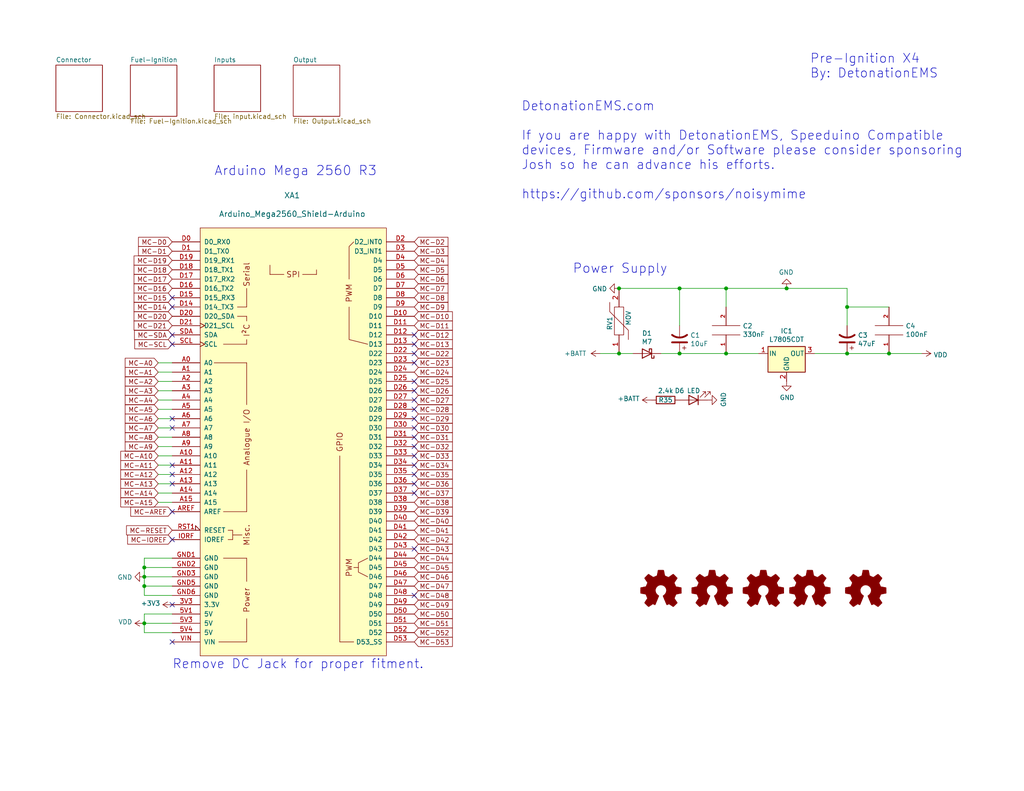
<source format=kicad_sch>
(kicad_sch (version 20230121) (generator eeschema)
  (paper "USLetter")
  (title_block (title "Pre-Ignition X4") (date "2022-10-1") (rev "MX4B-2") (company "DetonationEMS") (comment 1 "detonationems.com"))
  (lib_symbols
    (symbol "Device:C_Polarized_US" (pin_numbers hide) (pin_names (offset 0.254) hide)
      (property "Reference" "C" (at 0.635 2.54 0))
      (property "Value" "C_Polarized_US" (at 0.635 -2.54 0))
      (symbol "C_Polarized_US_0_1"
        (polyline (pts (xy -2.032 0.762) (xy 2.032 0.762)) (stroke (width 0.508)))
        (polyline (pts (xy -1.778 2.286) (xy -0.762 2.286)))
        (polyline (pts (xy -1.27 1.778) (xy -1.27 2.794)))
        (arc (start 2.032 -1.27) (mid 0 -0.5572) (end -2.032 -1.27) (stroke (width 0.508)))
      )
      (symbol "C_Polarized_US_1_1"
        (pin passive line (at 0 3.81 270) (length 2.794) (name "~") (number "1"))
        (pin passive line (at 0 -3.81 90) (length 3.302) (name "~") (number "2"))
      )
    )
    (symbol "Device:D_Schottky" (pin_numbers hide) (pin_names (offset 1.016) hide)
      (property "Reference" "D" (at 0 2.54 0))
      (property "Value" "D_Schottky" (at 0 -2.54 0))
      (symbol "D_Schottky_0_1"
        (polyline (pts (xy 1.27 0) (xy -1.27 0)))
        (polyline (pts (xy 1.27 1.27) (xy 1.27 -1.27) (xy -1.27 0) (xy 1.27 1.27)) (stroke (width 0.254)))
        (polyline (pts (xy -1.905 0.635) (xy -1.905 1.27) (xy -1.27 1.27) (xy -1.27 -1.27) (xy -0.635 -1.27) (xy -0.635 -0.635)) (stroke (width 0.254)))
      )
      (symbol "D_Schottky_1_1"
        (pin passive line (at -3.81 0 0) (length 2.54) (name "K") (number "1"))
        (pin passive line (at 3.81 0 180) (length 2.54) (name "A") (number "2"))
      )
    )
    (symbol "Device:LED" (pin_numbers hide) (pin_names (offset 1.016) hide)
      (property "Reference" "D" (at 0 2.54 0))
      (property "Value" "LED" (at 0 -2.54 0))
      (symbol "LED_0_1"
        (polyline (pts (xy -1.27 -1.27) (xy -1.27 1.27)) (stroke (width 0.254)))
        (polyline (pts (xy -1.27 0) (xy 1.27 0)))
        (polyline (pts (xy 1.27 -1.27) (xy 1.27 1.27) (xy -1.27 0) (xy 1.27 -1.27)) (stroke (width 0.254)))
        (polyline (pts (xy -3.048 -0.762) (xy -4.572 -2.286) (xy -3.81 -2.286) (xy -4.572 -2.286) (xy -4.572 -1.524)))
        (polyline (pts (xy -1.778 -0.762) (xy -3.302 -2.286) (xy -2.54 -2.286) (xy -3.302 -2.286) (xy -3.302 -1.524)))
      )
      (symbol "LED_1_1"
        (pin passive line (at -3.81 0 0) (length 2.54) (name "K") (number "1"))
        (pin passive line (at 3.81 0 180) (length 2.54) (name "A") (number "2"))
      )
    )
    (symbol "Device:R" (pin_numbers hide) (pin_names (offset 0))
      (property "Reference" "R" (at 2.032 0 90))
      (property "Value" "R" (at 0 0 90))
      (symbol "R_0_1"
        (rectangle (start -1.016 -2.54) (end 1.016 2.54) (stroke (width 0.254)))
      )
      (symbol "R_1_1"
        (pin passive line (at 0 3.81 270) (length 1.27) (name "~") (number "1"))
        (pin passive line (at 0 -3.81 90) (length 1.27) (name "~") (number "2"))
      )
    )
    (symbol "Graphic:Logo_Open_Hardware_Small" (pin_names (offset 1.016))
      (symbol "Logo_Open_Hardware_Small_0_1"
        (polyline (pts (xy 3.3528 -4.3434) (xy 3.302 -4.318) (xy 3.175 -4.2418) (xy 2.9972 -4.1148) (xy 2.7686 -3.9624) (xy 2.54 -3.81) (xy 2.3622 -3.7084) (xy 2.2352 -3.6068) (xy 2.1844 -3.5814) (xy 2.159 -3.6068) (xy 2.0574 -3.6576) (xy 1.905 -3.7338) (xy 1.8034 -3.7846) (xy 1.6764 -3.8354) (xy 1.6002 -3.8354) (xy 1.6002 -3.8354) (xy 1.5494 -3.7338) (xy 1.4732 -3.5306) (xy 1.3462 -3.302) (xy 1.2446 -3.0226) (xy 1.1176 -2.7178) (xy 0.9652 -2.413) (xy 0.8636 -2.1082) (xy 0.7366 -1.8288) (xy 0.6604 -1.6256) (xy 0.6096 -1.4732) (xy 0.5842 -1.397) (xy 0.5842 -1.397) (xy 0.6604 -1.3208) (xy 0.7874 -1.2446) (xy 1.0414 -1.016) (xy 1.2954 -0.6858) (xy 1.4478 -0.3302) (xy 1.524 0.0762) (xy 1.4732 0.4572) (xy 1.3208 0.8128) (xy 1.0668 1.143) (xy 0.762 1.3716) (xy 0.4064 1.524) (xy 0 1.5748) (xy -0.381 1.5494) (xy -0.7366 1.397) (xy -1.0668 1.143) (xy -1.2192 0.9906) (xy -1.397 0.6604) (xy -1.524 0.3048) (xy -1.524 0.2286) (xy -1.4986 -0.1778) (xy -1.397 -0.5334) (xy -1.1938 -0.8636) (xy -0.9144 -1.143) (xy -0.8636 -1.1684) (xy -0.7366 -1.27) (xy -0.635 -1.3462) (xy -0.5842 -1.397) (xy -1.0668 -2.5908) (xy -1.143 -2.794) (xy -1.2954 -3.1242) (xy -1.397 -3.4036) (xy -1.4986 -3.6322) (xy -1.5748 -3.7846) (xy -1.6002 -3.8354) (xy -1.6002 -3.8354) (xy -1.651 -3.8354) (xy -1.7272 -3.81) (xy -1.905 -3.7338) (xy -2.0066 -3.683) (xy -2.1336 -3.6068) (xy -2.2098 -3.5814) (xy -2.2606 -3.6068) (xy -2.3622 -3.683) (xy -2.54 -3.81) (xy -2.7686 -3.9624) (xy -2.9718 -4.0894) (xy -3.1496 -4.2164) (xy -3.302 -4.318) (xy -3.3528 -4.3434) (xy -3.3782 -4.3434) (xy -3.429 -4.318) (xy -3.5306 -4.2164) (xy -3.7084 -4.064) (xy -3.937 -3.8354) (xy -3.9624 -3.81) (xy -4.1656 -3.6068) (xy -4.318 -3.4544) (xy -4.4196 -3.3274) (xy -4.445 -3.2766) (xy -4.445 -3.2766) (xy -4.4196 -3.2258) (xy -4.318 -3.0734) (xy -4.2164 -2.8956) (xy -4.064 -2.667) (xy -3.6576 -2.0828) (xy -3.8862 -1.5494) (xy -3.937 -1.3716) (xy -4.0386 -1.1684) (xy -4.0894 -1.0414) (xy -4.1148 -0.9652) (xy -4.191 -0.9398) (xy -4.318 -0.9144) (xy -4.5466 -0.8636) (xy -4.8006 -0.8128) (xy -5.0546 -0.7874) (xy -5.2578 -0.7366) (xy -5.4356 -0.7112) (xy -5.5118 -0.6858) (xy -5.5118 -0.6858) (xy -5.5372 -0.635) (xy -5.5372 -0.5588) (xy -5.5372 -0.4318) (xy -5.5626 -0.2286) (xy -5.5626 0.0762) (xy -5.5626 0.127) (xy -5.5372 0.4064) (xy -5.5372 0.635) (xy -5.5372 0.762) (xy -5.5372 0.8382) (xy -5.5372 0.8382) (xy -5.461 0.8382) (xy -5.3086 0.889) (xy -5.08 0.9144) (xy -4.826 0.9652) (xy -4.8006 0.9906) (xy -4.5466 1.0414) (xy -4.318 1.0668) (xy -4.1656 1.1176) (xy -4.0894 1.143) (xy -4.0894 1.143) (xy -4.0386 1.2446) (xy -3.9624 1.4224) (xy -3.8608 1.6256) (xy -3.7846 1.8288) (xy -3.7084 2.0066) (xy -3.6576 2.159) (xy -3.6322 2.2098) (xy -3.6322 2.2098) (xy -3.683 2.286) (xy -3.7592 2.413) (xy -3.8862 2.5908) (xy -4.064 2.8194) (xy -4.064 2.8448) (xy -4.2164 3.0734) (xy -4.3434 3.2512) (xy -4.4196 3.3782) (xy -4.445 3.4544) (xy -4.445 3.4544) (xy -4.3942 3.5052) (xy -4.2926 3.6322) (xy -4.1148 3.81) (xy -3.937 4.0132) (xy -3.8608 4.064) (xy -3.6576 4.2926) (xy -3.5052 4.4196) (xy -3.4036 4.4958) (xy -3.3528 4.5212) (xy -3.3528 4.5212) (xy -3.302 4.4704) (xy -3.1496 4.3688) (xy -2.9718 4.2418) (xy -2.7432 4.0894) (xy -2.7178 4.0894) (xy -2.4892 3.937) (xy -2.3114 3.81) (xy -2.1844 3.7084) (xy -2.1336 3.683) (xy -2.1082 3.683) (xy -2.032 3.7084) (xy -1.8542 3.7592) (xy -1.6764 3.8354) (xy -1.4732 3.937) (xy -1.27 4.0132) (xy -1.143 4.064) (xy -1.0668 4.1148) (xy -1.0668 4.1148) (xy -1.0414 4.191) (xy -1.016 4.3434) (xy -0.9652 4.572) (xy -0.9144 4.8514) (xy -0.889 4.9022) (xy -0.8382 5.1562) (xy -0.8128 5.3848) (xy -0.7874 5.5372) (xy -0.762 5.588) (xy -0.7112 5.6134) (xy -0.5842 5.6134) (xy -0.4064 5.6134) (xy -0.1524 5.6134) (xy 0.0762 5.6134) (xy 0.3302 5.6134) (xy 0.5334 5.6134) (xy 0.6858 5.588) (xy 0.7366 5.588) (xy 0.7366 5.588) (xy 0.762 5.5118) (xy 0.8128 5.334) (xy 0.8382 5.1054) (xy 0.9144 4.826) (xy 0.9144 4.7752) (xy 0.9652 4.5212) (xy 1.016 4.2926) (xy 1.0414 4.1402) (xy 1.0668 4.0894) (xy 1.0668 4.0894) (xy 1.1938 4.0386) (xy 1.3716 3.9624) (xy 1.5748 3.8608) (xy 2.0828 3.6576) (xy 2.7178 4.0894) (xy 2.7686 4.1402) (xy 2.9972 4.2926) (xy 3.175 4.4196) (xy 3.302 4.4958) (xy 3.3782 4.5212) (xy 3.3782 4.5212) (xy 3.429 4.4704) (xy 3.556 4.3434) (xy 3.7338 4.191) (xy 3.9116 3.9878) (xy 4.064 3.8354) (xy 4.2418 3.6576) (xy 4.3434 3.556) (xy 4.4196 3.4798) (xy 4.4196 3.429) (xy 4.4196 3.4036) (xy 4.3942 3.3274) (xy 4.2926 3.2004) (xy 4.1656 2.9972) (xy 4.0132 2.794) (xy 3.8862 2.5908) (xy 3.7592 2.3876) (xy 3.6576 2.2352) (xy 3.6322 2.159) (xy 3.6322 2.1336) (xy 3.683 2.0066) (xy 3.7592 1.8288) (xy 3.8608 1.6002) (xy 4.064 1.1176) (xy 4.3942 1.0414) (xy 4.5974 1.016) (xy 4.8768 0.9652) (xy 5.1308 0.9144) (xy 5.5372 0.8382) (xy 5.5626 -0.6604) (xy 5.4864 -0.6858) (xy 5.4356 -0.6858) (xy 5.2832 -0.7366) (xy 5.0546 -0.762) (xy 4.8006 -0.8128) (xy 4.5974 -0.8636) (xy 4.3688 -0.9144) (xy 4.2164 -0.9398) (xy 4.1402 -0.9398) (xy 4.1148 -0.9652) (xy 4.064 -1.0668) (xy 3.9878 -1.2446) (xy 3.9116 -1.4478) (xy 3.81 -1.651) (xy 3.7338 -1.8542) (xy 3.683 -2.0066) (xy 3.6576 -2.0828) (xy 3.683 -2.1336) (xy 3.7846 -2.2606) (xy 3.8862 -2.4638) (xy 4.0386 -2.667) (xy 4.191 -2.8956) (xy 4.318 -3.0734) (xy 4.3942 -3.2004) (xy 4.445 -3.2766) (xy 4.4196 -3.3274) (xy 4.3434 -3.429) (xy 4.1656 -3.5814) (xy 3.937 -3.8354) (xy 3.8862 -3.8608) (xy 3.683 -4.064) (xy 3.5306 -4.2164) (xy 3.4036 -4.318) (xy 3.3528 -4.3434)) (fill (type outline)))
      )
    )
    (symbol "Pre_Ignition-rescue:+3.3V-power" (power) (pin_names (offset 0))
      (property "Value" "+3.3V-power" (at 0 3.556 0))
      (symbol "+3.3V-power_0_1"
        (polyline (pts (xy -0.762 1.27) (xy 0 2.54)))
        (polyline (pts (xy 0 0) (xy 0 2.54)))
        (polyline (pts (xy 0 2.54) (xy 0.762 1.27)))
      )
      (symbol "+3.3V-power_1_1"
        (pin power_in line (at 0 0 90) (length 0) hide (name "+3V3") (number "1"))
      )
    )
    (symbol "Pre_Ignition-rescue:Arduino_Mega2560_IO_Only-1.0.0.0.0-rescue-Pre_Ignition-rescue-Pre_Ignition-rescue-Pre_Ignition-rescue-Pre_Ignition-rescue" (pin_names (offset 1.016))
      (property "Reference" "XA" (at 2.54 0 90))
      (property "Value" "Arduino_Mega2560_IO_Only-1.0.0.0.0-rescue-Pre_Ignition-rescue-Pre_Ignition-rescue-Pre_Ignition-rescue-Pre_Ignition-rescue" (at -2.54 0 90))
      (symbol "Arduino_Mega2560_IO_Only-1.0.0.0.0-rescue-Pre_Ignition-rescue-Pre_Ignition-rescue-Pre_Ignition-rescue-Pre_Ignition-rescue_0_0"
        (rectangle (start -25.4 -58.42) (end 25.4 58.42) (fill (type background)))
        (rectangle (start -20.32 -54.61) (end -12.7 -54.61))
        (rectangle (start -19.05 -31.75) (end -12.7 -31.75))
        (rectangle (start -19.05 -19.05) (end -12.7 -19.05))
        (rectangle (start -19.05 26.67) (end -12.7 26.67))
        (rectangle (start -17.78 -26.67) (end -16.51 -26.67))
        (rectangle (start -17.78 -24.13) (end -16.51 -24.13))
        (rectangle (start -16.51 -25.4) (end -13.97 -25.4))
        (rectangle (start -16.51 -24.13) (end -16.51 -26.67))
        (rectangle (start -15.24 34.29) (end -12.7 34.29))
        (rectangle (start -15.24 36.83) (end -12.7 36.83))
        (rectangle (start -12.7 -54.61) (end -12.7 -48.26))
        (rectangle (start -12.7 -31.75) (end -12.7 -38.1))
        (rectangle (start -12.7 26.67) (end -12.7 27.94))
        (rectangle (start -12.7 34.29) (end -12.7 33.02))
        (rectangle (start -12.7 41.91) (end -12.7 36.83))
        (rectangle (start -6.35 48.26) (end -6.35 45.72))
        (rectangle (start -2.54 45.72) (end -6.35 45.72))
        (polyline (pts (xy -21.59 21.59) (xy -12.7 21.59)))
        (polyline (pts (xy -12.7 -19.05) (xy -12.7 -7.62)))
        (polyline (pts (xy -12.7 10.16) (xy -12.7 21.59)))
        (polyline (pts (xy 12.7 -54.61) (xy 16.51 -54.61)))
        (polyline (pts (xy 17.78 -34.29) (xy 16.51 -34.29)))
        (polyline (pts (xy 15.24 36.83) (xy 15.24 27.94) (xy 20.32 26.67)))
        (polyline (pts (xy 15.24 44.45) (xy 15.24 53.34) (xy 16.51 54.61)))
        (polyline (pts (xy 20.32 -31.75) (xy 17.78 -33.02) (xy 17.78 -35.56) (xy 20.32 -36.83)))
        (rectangle (start 6.35 45.72) (end 2.54 45.72))
        (rectangle (start 6.35 46.99) (end 6.35 45.72))
        (text "Analogue I/O" (at -12.7 1.27 900) (effects (font (size 1.524 1.524))))
        (text "I²C" (at -12.7 30.48 900) (effects (font (size 1.524 1.524))))
        (text "Misc." (at -12.7 -25.4 900) (effects (font (size 1.524 1.524))))
        (text "Power" (at -12.7 -43.18 900) (effects (font (size 1.524 1.524))))
        (text "PWM" (at 15.24 -34.29 900) (effects (font (size 1.524 1.524))))
        (text "PWM" (at 15.24 40.64 900) (effects (font (size 1.524 1.524))))
        (text "Serial" (at -12.7 45.72 900) (effects (font (size 1.524 1.524))))
        (text "SPI" (at 0 45.72 0) (effects (font (size 1.524 1.524))))
      )
      (symbol "Arduino_Mega2560_IO_Only-1.0.0.0.0-rescue-Pre_Ignition-rescue-Pre_Ignition-rescue-Pre_Ignition-rescue-Pre_Ignition-rescue_1_0"
        (rectangle (start 12.7 -54.61) (end 12.7 -3.81))
        (text "GPIO" (at 12.7 0 900) (effects (font (size 1.524 1.524))))
      )
      (symbol "Arduino_Mega2560_IO_Only-1.0.0.0.0-rescue-Pre_Ignition-rescue-Pre_Ignition-rescue-Pre_Ignition-rescue-Pre_Ignition-rescue_1_1"
        (pin power_in line (at -33.02 -44.45 0) (length 7.62) (name "3.3V") (number "3V3"))
        (pin power_in line (at -33.02 -46.99 0) (length 7.62) (name "5V") (number "5V1"))
        (pin power_in line (at -33.02 -49.53 0) (length 7.62) (name "5V") (number "5V3"))
        (pin power_in line (at -33.02 -52.07 0) (length 7.62) (name "5V") (number "5V4"))
        (pin bidirectional line (at -33.02 21.59 0) (length 7.62) (name "A0") (number "A0"))
        (pin bidirectional line (at -33.02 19.05 0) (length 7.62) (name "A1") (number "A1"))
        (pin bidirectional line (at -33.02 -3.81 0) (length 7.62) (name "A10") (number "A10"))
        (pin bidirectional line (at -33.02 -6.35 0) (length 7.62) (name "A11") (number "A11"))
        (pin bidirectional line (at -33.02 -8.89 0) (length 7.62) (name "A12") (number "A12"))
        (pin bidirectional line (at -33.02 -11.43 0) (length 7.62) (name "A13") (number "A13"))
        (pin bidirectional line (at -33.02 -13.97 0) (length 7.62) (name "A14") (number "A14"))
        (pin bidirectional line (at -33.02 -16.51 0) (length 7.62) (name "A15") (number "A15"))
        (pin bidirectional line (at -33.02 16.51 0) (length 7.62) (name "A2") (number "A2"))
        (pin bidirectional line (at -33.02 13.97 0) (length 7.62) (name "A3") (number "A3"))
        (pin bidirectional line (at -33.02 11.43 0) (length 7.62) (name "A4") (number "A4"))
        (pin bidirectional line (at -33.02 8.89 0) (length 7.62) (name "A5") (number "A5"))
        (pin bidirectional line (at -33.02 6.35 0) (length 7.62) (name "A6") (number "A6"))
        (pin bidirectional line (at -33.02 3.81 0) (length 7.62) (name "A7") (number "A7"))
        (pin bidirectional line (at -33.02 1.27 0) (length 7.62) (name "A8") (number "A8"))
        (pin bidirectional line (at -33.02 -1.27 0) (length 7.62) (name "A9") (number "A9"))
        (pin input line (at -33.02 -19.05 0) (length 7.62) (name "AREF") (number "AREF"))
        (pin bidirectional line (at -33.02 54.61 0) (length 7.62) (name "D0_RX0") (number "D0"))
        (pin bidirectional line (at -33.02 52.07 0) (length 7.62) (name "D1_TX0") (number "D1"))
        (pin bidirectional line (at 33.02 34.29 180) (length 7.62) (name "D10") (number "D10"))
        (pin bidirectional line (at 33.02 31.75 180) (length 7.62) (name "D11") (number "D11"))
        (pin bidirectional line (at 33.02 29.21 180) (length 7.62) (name "D12") (number "D12"))
        (pin bidirectional line (at 33.02 26.67 180) (length 7.62) (name "D13") (number "D13"))
        (pin bidirectional line (at -33.02 36.83 0) (length 7.62) (name "D14_TX3") (number "D14"))
        (pin bidirectional line (at -33.02 39.37 0) (length 7.62) (name "D15_RX3") (number "D15"))
        (pin bidirectional line (at -33.02 41.91 0) (length 7.62) (name "D16_TX2") (number "D16"))
        (pin bidirectional line (at -33.02 44.45 0) (length 7.62) (name "D17_RX2") (number "D17"))
        (pin bidirectional line (at -33.02 46.99 0) (length 7.62) (name "D18_TX1") (number "D18"))
        (pin bidirectional line (at -33.02 49.53 0) (length 7.62) (name "D19_RX1") (number "D19"))
        (pin bidirectional line (at 33.02 54.61 180) (length 7.62) (name "D2_INT0") (number "D2"))
        (pin bidirectional line (at -33.02 34.29 0) (length 7.62) (name "D20_SDA") (number "D20"))
        (pin bidirectional clock (at -33.02 31.75 0) (length 7.62) (name "D21_SCL") (number "D21"))
        (pin bidirectional line (at 33.02 24.13 180) (length 7.62) (name "D22") (number "D22"))
        (pin bidirectional line (at 33.02 21.59 180) (length 7.62) (name "D23") (number "D23"))
        (pin bidirectional line (at 33.02 19.05 180) (length 7.62) (name "D24") (number "D24"))
        (pin bidirectional line (at 33.02 16.51 180) (length 7.62) (name "D25") (number "D25"))
        (pin bidirectional line (at 33.02 13.97 180) (length 7.62) (name "D26") (number "D26"))
        (pin bidirectional line (at 33.02 11.43 180) (length 7.62) (name "D27") (number "D27"))
        (pin bidirectional line (at 33.02 8.89 180) (length 7.62) (name "D28") (number "D28"))
        (pin bidirectional line (at 33.02 6.35 180) (length 7.62) (name "D29") (number "D29"))
        (pin bidirectional line (at 33.02 52.07 180) (length 7.62) (name "D3_INT1") (number "D3"))
        (pin bidirectional line (at 33.02 3.81 180) (length 7.62) (name "D30") (number "D30"))
        (pin bidirectional line (at 33.02 1.27 180) (length 7.62) (name "D31") (number "D31"))
        (pin bidirectional line (at 33.02 -1.27 180) (length 7.62) (name "D32") (number "D32"))
        (pin bidirectional line (at 33.02 -3.81 180) (length 7.62) (name "D33") (number "D33"))
        (pin bidirectional line (at 33.02 -6.35 180) (length 7.62) (name "D34") (number "D34"))
        (pin bidirectional line (at 33.02 -8.89 180) (length 7.62) (name "D35") (number "D35"))
        (pin bidirectional line (at 33.02 -11.43 180) (length 7.62) (name "D36") (number "D36"))
        (pin bidirectional line (at 33.02 -13.97 180) (length 7.62) (name "D37") (number "D37"))
        (pin bidirectional line (at 33.02 -16.51 180) (length 7.62) (name "D38") (number "D38"))
        (pin bidirectional line (at 33.02 -19.05 180) (length 7.62) (name "D39") (number "D39"))
        (pin bidirectional line (at 33.02 49.53 180) (length 7.62) (name "D4") (number "D4"))
        (pin bidirectional line (at 33.02 -21.59 180) (length 7.62) (name "D40") (number "D40"))
        (pin bidirectional line (at 33.02 -24.13 180) (length 7.62) (name "D41") (number "D41"))
        (pin bidirectional line (at 33.02 -26.67 180) (length 7.62) (name "D42") (number "D42"))
        (pin bidirectional line (at 33.02 -29.21 180) (length 7.62) (name "D43") (number "D43"))
        (pin bidirectional line (at 33.02 -31.75 180) (length 7.62) (name "D44") (number "D44"))
        (pin bidirectional line (at 33.02 -34.29 180) (length 7.62) (name "D45") (number "D45"))
        (pin bidirectional line (at 33.02 -36.83 180) (length 7.62) (name "D46") (number "D46"))
        (pin bidirectional line (at 33.02 -39.37 180) (length 7.62) (name "D47") (number "D47"))
        (pin bidirectional line (at 33.02 -41.91 180) (length 7.62) (name "D48") (number "D48"))
        (pin bidirectional line (at 33.02 -44.45 180) (length 7.62) (name "D49") (number "D49"))
        (pin bidirectional line (at 33.02 46.99 180) (length 7.62) (name "D5") (number "D5"))
        (pin bidirectional line (at 33.02 -46.99 180) (length 7.62) (name "D50") (number "D50"))
        (pin bidirectional line (at 33.02 -49.53 180) (length 7.62) (name "D51") (number "D51"))
        (pin bidirectional line (at 33.02 -52.07 180) (length 7.62) (name "D52") (number "D52"))
        (pin bidirectional line (at 33.02 -54.61 180) (length 7.62) (name "D53_SS") (number "D53"))
        (pin bidirectional line (at 33.02 44.45 180) (length 7.62) (name "D6") (number "D6"))
        (pin bidirectional line (at 33.02 41.91 180) (length 7.62) (name "D7") (number "D7"))
        (pin bidirectional line (at 33.02 39.37 180) (length 7.62) (name "D8") (number "D8"))
        (pin bidirectional line (at 33.02 36.83 180) (length 7.62) (name "D9") (number "D9"))
        (pin power_in line (at -33.02 -31.75 0) (length 7.62) (name "GND") (number "GND1"))
        (pin power_in line (at -33.02 -34.29 0) (length 7.62) (name "GND") (number "GND2"))
        (pin power_in line (at -33.02 -36.83 0) (length 7.62) (name "GND") (number "GND3"))
        (pin power_in line (at -33.02 -39.37 0) (length 7.62) (name "GND") (number "GND5"))
        (pin power_in line (at -33.02 -41.91 0) (length 7.62) (name "GND") (number "GND6"))
        (pin output line (at -33.02 -26.67 0) (length 7.62) (name "IOREF") (number "IORF"))
        (pin open_collector input_low (at -33.02 -24.13 0) (length 7.62) (name "RESET") (number "RST1"))
        (pin bidirectional clock (at -33.02 26.67 0) (length 7.62) (name "SCL") (number "SCL"))
        (pin bidirectional line (at -33.02 29.21 0) (length 7.62) (name "SDA") (number "SDA"))
        (pin power_in line (at -33.02 -54.61 0) (length 7.62) (name "VIN") (number "VIN"))
      )
    )
    (symbol "Pre_Ignition-rescue:CP1-Device" (pin_numbers hide) (pin_names (offset 0.254) hide)
      (property "Reference" "C" (at 0.635 2.54 0))
      (property "Value" "CP1-Device" (at 0.635 -2.54 0))
      (symbol "CP1-Device_0_1"
        (polyline (pts (xy -2.032 0.762) (xy 2.032 0.762)) (stroke (width 0.508)))
        (polyline (pts (xy -1.778 2.286) (xy -0.762 2.286)))
        (polyline (pts (xy -1.27 1.778) (xy -1.27 2.794)))
        (arc (start 2.032 -1.27) (mid 0 -0.5572) (end -2.032 -1.27) (stroke (width 0.508)))
      )
      (symbol "CP1-Device_1_1"
        (pin passive line (at 0 3.81 270) (length 2.794) (name "~") (number "1"))
        (pin passive line (at 0 -3.81 90) (length 3.302) (name "~") (number "2"))
      )
    )
    (symbol "Pre_Ignition-rescue:MOV-14D220K-mov-1.0.0.0.0-rescue-Pre_Ignition-rescue-Pre_Ignition-rescue-Pre_Ignition-rescue-Pre_Ignition-rescue" (pin_names (offset 0.762))
      (property "Reference" "RV" (at 13.97 6.35 0))
      (property "Value" "MOV-14D220K-mov-1.0.0.0.0-rescue-Pre_Ignition-rescue-Pre_Ignition-rescue-Pre_Ignition-rescue-Pre_Ignition-rescue" (at 13.97 3.81 0))
      (symbol "MOV-14D220K-mov-1.0.0.0.0-rescue-Pre_Ignition-rescue-Pre_Ignition-rescue-Pre_Ignition-rescue-Pre_Ignition-rescue_0_0"
        (pin passive line (at 0 0 0) (length 5.08) (name "~") (number "1"))
        (pin passive line (at 17.78 0 180) (length 5.08) (name "~") (number "2"))
      )
      (symbol "MOV-14D220K-mov-1.0.0.0.0-rescue-Pre_Ignition-rescue-Pre_Ignition-rescue-Pre_Ignition-rescue-Pre_Ignition-rescue_0_1"
        (polyline (pts (xy 3.81 -2.54) (xy 6.35 -2.54) (xy 11.43 2.54) (xy 13.97 2.54)) (stroke (width 0.1524)))
        (polyline (pts (xy 5.08 1.27) (xy 12.7 1.27) (xy 12.7 -1.27) (xy 5.08 -1.27) (xy 5.08 1.27)) (stroke (width 0.1524)))
      )
    )
    (symbol "Regulator_Linear:L7805" (pin_names (offset 0.254))
      (property "Reference" "U" (at -3.81 3.175 0))
      (property "Value" "L7805" (at 0 3.175 0))
      (symbol "L7805_0_1"
        (rectangle (start -5.08 1.905) (end 5.08 -5.08) (stroke (width 0.254)) (fill (type background)))
      )
      (symbol "L7805_1_1"
        (pin power_in line (at -7.62 0 0) (length 2.54) (name "IN") (number "1"))
        (pin power_in line (at 0 -7.62 90) (length 2.54) (name "GND") (number "2"))
        (pin power_out line (at 7.62 0 180) (length 2.54) (name "OUT") (number "3"))
      )
    )
    (symbol "power:+BATT" (power) (pin_names (offset 0))
      (property "Value" "+BATT" (at 0 3.556 0))
      (symbol "+BATT_0_1"
        (polyline (pts (xy -0.762 1.27) (xy 0 2.54)))
        (polyline (pts (xy 0 0) (xy 0 2.54)))
        (polyline (pts (xy 0 2.54) (xy 0.762 1.27)))
      )
      (symbol "+BATT_1_1"
        (pin power_in line (at 0 0 90) (length 0) hide (name "+BATT") (number "1"))
      )
    )
    (symbol "power:GND" (power) (pin_names (offset 0))
      (property "Value" "GND" (at 0 -3.81 0))
      (symbol "GND_0_1"
        (polyline (pts (xy 0 0) (xy 0 -1.27) (xy 1.27 -1.27) (xy 0 -2.54) (xy -1.27 -1.27) (xy 0 -1.27)))
      )
      (symbol "GND_1_1"
        (pin power_in line (at 0 0 270) (length 0) hide (name "GND") (number "1"))
      )
    )
    (symbol "power:VDD" (power) (pin_names (offset 0))
      (property "Value" "VDD" (at 0 3.81 0))
      (symbol "VDD_0_1"
        (polyline (pts (xy -0.762 1.27) (xy 0 2.54)))
        (polyline (pts (xy 0 0) (xy 0 2.54)))
        (polyline (pts (xy 0 2.54) (xy 0.762 1.27)))
      )
      (symbol "VDD_1_1"
        (pin power_in line (at 0 0 90) (length 0) hide (name "VDD") (number "1"))
      )
    )
    (symbol "pspice:CAP" (pin_names (offset 0.254))
      (property "Reference" "C" (at 2.54 3.81 90))
      (property "Value" "CAP" (at 2.54 -3.81 90))
      (symbol "CAP_0_1"
        (polyline (pts (xy -3.81 -1.27) (xy 3.81 -1.27)))
        (polyline (pts (xy -3.81 1.27) (xy 3.81 1.27)))
      )
      (symbol "CAP_1_1"
        (pin passive line (at 0 6.35 270) (length 5.08) (name "~") (number "1"))
        (pin passive line (at 0 -6.35 90) (length 5.08) (name "~") (number "2"))
      )
    )
  )
  (junction (at 214.63 78.74))
  (junction (at 39.37 160.02))
  (junction (at 242.57 96.52))
  (junction (at 185.42 78.74))
  (junction (at 168.91 96.52))
  (junction (at 185.42 96.52))
  (junction (at 39.37 170.18))
  (junction (at 39.37 157.48))
  (junction (at 231.14 96.52))
  (junction (at 198.12 96.52))
  (junction (at 198.12 78.74))
  (junction (at 168.91 78.74))
  (junction (at 39.37 154.94))
  (junction (at 231.14 83.82))
  (no_connect (at 113.03 93.98))
  (no_connect (at 46.99 91.44))
  (no_connect (at 113.03 134.62))
  (no_connect (at 46.99 83.82))
  (no_connect (at 46.99 81.28))
  (no_connect (at 46.99 165.1))
  (no_connect (at 113.03 96.52))
  (no_connect (at 113.03 116.84))
  (no_connect (at 113.03 99.06))
  (no_connect (at 46.99 93.98))
  (no_connect (at 113.03 119.38))
  (no_connect (at 113.03 129.54))
  (no_connect (at 113.03 149.86))
  (no_connect (at 46.99 116.84))
  (no_connect (at 46.99 175.26))
  (no_connect (at 113.03 132.08))
  (no_connect (at 46.99 127))
  (no_connect (at 46.99 129.54))
  (no_connect (at 113.03 127))
  (no_connect (at 46.99 147.32))
  (no_connect (at 113.03 106.68))
  (no_connect (at 113.03 109.22))
  (no_connect (at 46.99 114.3))
  (no_connect (at 46.99 132.08))
  (no_connect (at 113.03 111.76))
  (no_connect (at 113.03 121.92))
  (no_connect (at 113.03 124.46))
  (no_connect (at 113.03 114.3))
  (no_connect (at 46.99 139.7))
  (no_connect (at 113.03 104.14))
  (no_connect (at 113.03 162.56))
  (no_connect (at 113.03 91.44))
  (wire (pts (xy 46.99 167.64) (xy 39.37 167.64)))
  (wire (pts (xy 168.91 96.52) (xy 172.72 96.52)))
  (wire (pts (xy 43.18 119.38) (xy 46.99 119.38)))
  (wire (pts (xy 46.99 132.08) (xy 43.18 132.08)))
  (wire (pts (xy 163.83 96.52) (xy 168.91 96.52)))
  (wire (pts (xy 198.12 78.74) (xy 214.63 78.74)))
  (wire (pts (xy 43.18 104.14) (xy 46.99 104.14)))
  (wire (pts (xy 43.18 134.62) (xy 46.99 134.62)))
  (wire (pts (xy 46.99 152.4) (xy 39.37 152.4)))
  (wire (pts (xy 46.99 106.68) (xy 43.18 106.68)))
  (wire (pts (xy 214.63 78.74) (xy 231.14 78.74)))
  (wire (pts (xy 242.57 96.52) (xy 231.14 96.52)))
  (wire (pts (xy 39.37 152.4) (xy 39.37 154.94)))
  (wire (pts (xy 39.37 154.94) (xy 46.99 154.94)))
  (wire (pts (xy 46.99 162.56) (xy 39.37 162.56)))
  (wire (pts (xy 43.18 99.06) (xy 46.99 99.06)))
  (wire (pts (xy 231.14 78.74) (xy 231.14 83.82)))
  (wire (pts (xy 39.37 160.02) (xy 39.37 157.48)))
  (wire (pts (xy 46.99 116.84) (xy 43.18 116.84)))
  (wire (pts (xy 46.99 111.76) (xy 43.18 111.76)))
  (wire (pts (xy 231.14 83.82) (xy 242.57 83.82)))
  (wire (pts (xy 39.37 172.72) (xy 46.99 172.72)))
  (wire (pts (xy 46.99 101.6) (xy 43.18 101.6)))
  (wire (pts (xy 39.37 160.02) (xy 46.99 160.02)))
  (wire (pts (xy 168.91 78.74) (xy 185.42 78.74)))
  (wire (pts (xy 46.99 127) (xy 43.18 127)))
  (wire (pts (xy 39.37 162.56) (xy 39.37 160.02)))
  (wire (pts (xy 231.14 96.52) (xy 222.25 96.52)))
  (wire (pts (xy 46.99 170.18) (xy 39.37 170.18)))
  (wire (pts (xy 39.37 154.94) (xy 39.37 157.48)))
  (wire (pts (xy 46.99 137.16) (xy 43.18 137.16)))
  (wire (pts (xy 46.99 157.48) (xy 39.37 157.48)))
  (wire (pts (xy 46.99 121.92) (xy 43.18 121.92)))
  (wire (pts (xy 185.42 96.52) (xy 198.12 96.52)))
  (wire (pts (xy 180.34 96.52) (xy 185.42 96.52)))
  (wire (pts (xy 242.57 96.52) (xy 251.46 96.52)))
  (wire (pts (xy 43.18 114.3) (xy 46.99 114.3)))
  (wire (pts (xy 43.18 124.46) (xy 46.99 124.46)))
  (wire (pts (xy 185.42 78.74) (xy 185.42 88.9)))
  (wire (pts (xy 43.18 129.54) (xy 46.99 129.54)))
  (wire (pts (xy 185.42 78.74) (xy 198.12 78.74)))
  (wire (pts (xy 43.18 109.22) (xy 46.99 109.22)))
  (wire (pts (xy 39.37 167.64) (xy 39.37 170.18)))
  (wire (pts (xy 231.14 83.82) (xy 231.14 88.9)))
  (wire (pts (xy 207.01 96.52) (xy 198.12 96.52)))
  (wire (pts (xy 39.37 170.18) (xy 39.37 172.72)))
  (wire (pts (xy 198.12 78.74) (xy 198.12 83.82)))
  (text "Remove DC Jack for proper fitment. " (at 46.99 182.88 0) (effects (font (size 2.4892 2.4892)) (justify left bottom)))
  (text "Pre-Ignition X4\nBy: DetonationEMS" (at 220.98 21.59 0) (effects (font (size 2.4892 2.4892)) (justify left bottom)))
  (text "DetonationEMS.com\n\nIf you are happy with DetonationEMS, Speeduino Compatible\ndevices, Firmware and/or Software please consider sponsoring\nJosh so he can advance his efforts.\n\nhttps://github.com/sponsors/noisymime" (at 142.24 54.61 0) (effects (font (size 2.4892 2.4892)) (justify left bottom)))
  (text "Arduino Mega 2560 R3" (at 58.42 48.26 0) (effects (font (size 2.54 2.54)) (justify left bottom)))
  (text "Power Supply" (at 156.21 74.93 0) (effects (font (size 2.54 2.54)) (justify left bottom)))
  (global_label "MC-SCL" (shape input) (at 46.99 93.98 180) (property "Intersheetrefs" "${INTERSHEET_REFS}" (effects hide)))
  (global_label "MC-D53" (shape input) (at 113.03 175.26 0) (property "Intersheetrefs" "${INTERSHEET_REFS}" (effects hide)))
  (global_label "MC-A9" (shape input) (at 43.18 121.92 180) (property "Intersheetrefs" "${INTERSHEET_REFS}" (effects hide)))
  (global_label "MC-A3" (shape input) (at 43.18 106.68 180) (property "Intersheetrefs" "${INTERSHEET_REFS}" (effects hide)))
  (global_label "MC-D13" (shape input) (at 113.03 93.98 0) (property "Intersheetrefs" "${INTERSHEET_REFS}" (effects hide)))
  (global_label "MC-D35" (shape input) (at 113.03 129.54 0) (property "Intersheetrefs" "${INTERSHEET_REFS}" (effects hide)))
  (global_label "MC-D45" (shape input) (at 113.03 154.94 0) (property "Intersheetrefs" "${INTERSHEET_REFS}" (effects hide)))
  (global_label "MC-D19" (shape input) (at 46.99 71.12 180) (property "Intersheetrefs" "${INTERSHEET_REFS}" (effects hide)))
  (global_label "MC-D41" (shape input) (at 113.03 144.78 0) (property "Intersheetrefs" "${INTERSHEET_REFS}" (effects hide)))
  (global_label "MC-A7" (shape input) (at 43.18 116.84 180) (property "Intersheetrefs" "${INTERSHEET_REFS}" (effects hide)))
  (global_label "MC-D8" (shape input) (at 113.03 81.28 0) (property "Intersheetrefs" "${INTERSHEET_REFS}" (effects hide)))
  (global_label "MC-A10" (shape input) (at 43.18 124.46 180) (property "Intersheetrefs" "${INTERSHEET_REFS}" (effects hide)))
  (global_label "MC-D36" (shape input) (at 113.03 132.08 0) (property "Intersheetrefs" "${INTERSHEET_REFS}" (effects hide)))
  (global_label "MC-D0" (shape input) (at 46.99 66.04 180) (property "Intersheetrefs" "${INTERSHEET_REFS}" (effects hide)))
  (global_label "MC-D12" (shape input) (at 113.03 91.44 0) (property "Intersheetrefs" "${INTERSHEET_REFS}" (effects hide)))
  (global_label "MC-D26" (shape input) (at 113.03 106.68 0) (property "Intersheetrefs" "${INTERSHEET_REFS}" (effects hide)))
  (global_label "MC-D46" (shape input) (at 113.03 157.48 0) (property "Intersheetrefs" "${INTERSHEET_REFS}" (effects hide)))
  (global_label "MC-A1" (shape input) (at 43.18 101.6 180) (property "Intersheetrefs" "${INTERSHEET_REFS}" (effects hide)))
  (global_label "MC-D50" (shape input) (at 113.03 167.64 0) (property "Intersheetrefs" "${INTERSHEET_REFS}" (effects hide)))
  (global_label "MC-D23" (shape input) (at 113.03 99.06 0) (property "Intersheetrefs" "${INTERSHEET_REFS}" (effects hide)))
  (global_label "MC-D42" (shape input) (at 113.03 147.32 0) (property "Intersheetrefs" "${INTERSHEET_REFS}" (effects hide)))
  (global_label "MC-A2" (shape input) (at 43.18 104.14 180) (property "Intersheetrefs" "${INTERSHEET_REFS}" (effects hide)))
  (global_label "MC-D31" (shape input) (at 113.03 119.38 0) (property "Intersheetrefs" "${INTERSHEET_REFS}" (effects hide)))
  (global_label "MC-SDA" (shape input) (at 46.99 91.44 180) (property "Intersheetrefs" "${INTERSHEET_REFS}" (effects hide)))
  (global_label "MC-A15" (shape input) (at 43.18 137.16 180) (property "Intersheetrefs" "${INTERSHEET_REFS}" (effects hide)))
  (global_label "MC-D44" (shape input) (at 113.03 152.4 0) (property "Intersheetrefs" "${INTERSHEET_REFS}" (effects hide)))
  (global_label "MC-D29" (shape input) (at 113.03 114.3 0) (property "Intersheetrefs" "${INTERSHEET_REFS}" (effects hide)))
  (global_label "MC-D5" (shape input) (at 113.03 73.66 0) (property "Intersheetrefs" "${INTERSHEET_REFS}" (effects hide)))
  (global_label "MC-D27" (shape input) (at 113.03 109.22 0) (property "Intersheetrefs" "${INTERSHEET_REFS}" (effects hide)))
  (global_label "MC-A12" (shape input) (at 43.18 129.54 180) (property "Intersheetrefs" "${INTERSHEET_REFS}" (effects hide)))
  (global_label "MC-D3" (shape input) (at 113.03 68.58 0) (property "Intersheetrefs" "${INTERSHEET_REFS}" (effects hide)))
  (global_label "MC-IOREF" (shape input) (at 46.99 147.32 180) (property "Intersheetrefs" "${INTERSHEET_REFS}" (effects hide)))
  (global_label "MC-D33" (shape input) (at 113.03 124.46 0) (property "Intersheetrefs" "${INTERSHEET_REFS}" (effects hide)))
  (global_label "MC-D16" (shape input) (at 46.99 78.74 180) (property "Intersheetrefs" "${INTERSHEET_REFS}" (effects hide)))
  (global_label "MC-D39" (shape input) (at 113.03 139.7 0) (property "Intersheetrefs" "${INTERSHEET_REFS}" (effects hide)))
  (global_label "MC-A5" (shape input) (at 43.18 111.76 180) (property "Intersheetrefs" "${INTERSHEET_REFS}" (effects hide)))
  (global_label "MC-A6" (shape input) (at 43.18 114.3 180) (property "Intersheetrefs" "${INTERSHEET_REFS}" (effects hide)))
  (global_label "MC-A13" (shape input) (at 43.18 132.08 180) (property "Intersheetrefs" "${INTERSHEET_REFS}" (effects hide)))
  (global_label "MC-D48" (shape input) (at 113.03 162.56 0) (property "Intersheetrefs" "${INTERSHEET_REFS}" (effects hide)))
  (global_label "MC-D4" (shape input) (at 113.03 71.12 0) (property "Intersheetrefs" "${INTERSHEET_REFS}" (effects hide)))
  (global_label "MC-D37" (shape input) (at 113.03 134.62 0) (property "Intersheetrefs" "${INTERSHEET_REFS}" (effects hide)))
  (global_label "MC-D2" (shape input) (at 113.03 66.04 0) (property "Intersheetrefs" "${INTERSHEET_REFS}" (effects hide)))
  (global_label "MC-RESET" (shape input) (at 46.99 144.78 180) (property "Intersheetrefs" "${INTERSHEET_REFS}" (effects hide)))
  (global_label "MC-D11" (shape input) (at 113.03 88.9 0) (property "Intersheetrefs" "${INTERSHEET_REFS}" (effects hide)))
  (global_label "MC-D51" (shape input) (at 113.03 170.18 0) (property "Intersheetrefs" "${INTERSHEET_REFS}" (effects hide)))
  (global_label "MC-A11" (shape input) (at 43.18 127 180) (property "Intersheetrefs" "${INTERSHEET_REFS}" (effects hide)))
  (global_label "MC-D24" (shape input) (at 113.03 101.6 0) (property "Intersheetrefs" "${INTERSHEET_REFS}" (effects hide)))
  (global_label "MC-D10" (shape input) (at 113.03 86.36 0) (property "Intersheetrefs" "${INTERSHEET_REFS}" (effects hide)))
  (global_label "MC-D30" (shape input) (at 113.03 116.84 0) (property "Intersheetrefs" "${INTERSHEET_REFS}" (effects hide)))
  (global_label "MC-D49" (shape input) (at 113.03 165.1 0) (property "Intersheetrefs" "${INTERSHEET_REFS}" (effects hide)))
  (global_label "MC-D38" (shape input) (at 113.03 137.16 0) (property "Intersheetrefs" "${INTERSHEET_REFS}" (effects hide)))
  (global_label "MC-D25" (shape input) (at 113.03 104.14 0) (property "Intersheetrefs" "${INTERSHEET_REFS}" (effects hide)))
  (global_label "MC-D32" (shape input) (at 113.03 121.92 0) (property "Intersheetrefs" "${INTERSHEET_REFS}" (effects hide)))
  (global_label "MC-AREF" (shape input) (at 46.99 139.7 180) (property "Intersheetrefs" "${INTERSHEET_REFS}" (effects hide)))
  (global_label "MC-D40" (shape input) (at 113.03 142.24 0) (property "Intersheetrefs" "${INTERSHEET_REFS}" (effects hide)))
  (global_label "MC-D22" (shape input) (at 113.03 96.52 0) (property "Intersheetrefs" "${INTERSHEET_REFS}" (effects hide)))
  (global_label "MC-D20" (shape input) (at 46.99 86.36 180) (property "Intersheetrefs" "${INTERSHEET_REFS}" (effects hide)))
  (global_label "MC-A8" (shape input) (at 43.18 119.38 180) (property "Intersheetrefs" "${INTERSHEET_REFS}" (effects hide)))
  (global_label "MC-D18" (shape input) (at 46.99 73.66 180) (property "Intersheetrefs" "${INTERSHEET_REFS}" (effects hide)))
  (global_label "MC-D14" (shape input) (at 46.99 83.82 180) (property "Intersheetrefs" "${INTERSHEET_REFS}" (effects hide)))
  (global_label "MC-D17" (shape input) (at 46.99 76.2 180) (property "Intersheetrefs" "${INTERSHEET_REFS}" (effects hide)))
  (global_label "MC-A4" (shape input) (at 43.18 109.22 180) (property "Intersheetrefs" "${INTERSHEET_REFS}" (effects hide)))
  (global_label "MC-D15" (shape input) (at 46.99 81.28 180) (property "Intersheetrefs" "${INTERSHEET_REFS}" (effects hide)))
  (global_label "MC-D21" (shape input) (at 46.99 88.9 180) (property "Intersheetrefs" "${INTERSHEET_REFS}" (effects hide)))
  (global_label "MC-D47" (shape input) (at 113.03 160.02 0) (property "Intersheetrefs" "${INTERSHEET_REFS}" (effects hide)))
  (global_label "MC-D52" (shape input) (at 113.03 172.72 0) (property "Intersheetrefs" "${INTERSHEET_REFS}" (effects hide)))
  (global_label "MC-A0" (shape input) (at 43.18 99.06 180) (property "Intersheetrefs" "${INTERSHEET_REFS}" (effects hide)))
  (global_label "MC-D43" (shape input) (at 113.03 149.86 0) (property "Intersheetrefs" "${INTERSHEET_REFS}" (effects hide)))
  (global_label "MC-D34" (shape input) (at 113.03 127 0) (property "Intersheetrefs" "${INTERSHEET_REFS}" (effects hide)))
  (global_label "MC-D1" (shape input) (at 46.99 68.58 180) (property "Intersheetrefs" "${INTERSHEET_REFS}" (effects hide)))
  (global_label "MC-A14" (shape input) (at 43.18 134.62 180) (property "Intersheetrefs" "${INTERSHEET_REFS}" (effects hide)))
  (global_label "MC-D9" (shape input) (at 113.03 83.82 0) (property "Intersheetrefs" "${INTERSHEET_REFS}" (effects hide)))
  (global_label "MC-D28" (shape input) (at 113.03 111.76 0) (property "Intersheetrefs" "${INTERSHEET_REFS}" (effects hide)))
  (global_label "MC-D6" (shape input) (at 113.03 76.2 0) (property "Intersheetrefs" "${INTERSHEET_REFS}" (effects hide)))
  (global_label "MC-D7" (shape input) (at 113.03 78.74 0) (property "Intersheetrefs" "${INTERSHEET_REFS}" (effects hide)))
  (symbol (lib_id "Pre_Ignition-rescue:Arduino_Mega2560_IO_Only-1.0.0.0.0-rescue-Pre_Ignition-rescue-Pre_Ignition-rescue-Pre_Ignition-rescue-Pre_Ignition-rescue") (at 80.01 120.65 0) (unit 1)
    (property "Reference" "XA1" (at 77.47 53.34 0) (effects (font (size 1.524 1.524)) (justify left)))
    (property "Value" "Arduino_Mega2560_Shield-Arduino" (at 59.69 58.42 0) (effects (font (size 1.524 1.524)) (justify left)))
    (property "Footprint" "MyLibs:Arduino_Mega2560_Shield_IO_Only_No_Silk_Screen" (effects hide))
  )
  (symbol (lib_id "power:VDD") (at 39.37 170.18 90) (unit 1)
    (property "Reference" "#PWR0148" (effects hide))
    (property "Value" "VDD" (at 36.1188 169.799 90) (effects (justify left)))
  )
  (symbol (lib_id "Regulator_Linear:L7805") (at 214.63 96.52 0) (unit 1)
    (property "Reference" "IC1" (at 214.63 90.3732 0))
    (property "Value" "L7805CDT" (at 214.63 92.6846 0))
    (property "Footprint" "Detonation:TO-252-2-Thermal-Pad" (effects hide))
    (property "LCSC" "C310413" (effects hide))
  )
  (symbol (lib_id "power:GND") (at 214.63 104.14 0) (unit 1)
    (property "Reference" "#PWR01" (effects hide))
    (property "Value" "GND" (at 214.757 108.5342 0))
  )
  (symbol (lib_id "power:GND") (at 39.37 157.48 270) (unit 1)
    (property "Reference" "#PWR0107" (effects hide))
    (property "Value" "GND" (at 36.1188 157.607 90) (effects (justify right)))
  )
  (symbol (lib_id "Pre_Ignition-rescue:+3.3V-power") (at 46.99 165.1 90) (unit 1)
    (property "Reference" "#PWR0147" (effects hide))
    (property "Value" "+3.3V" (at 43.7388 164.719 90) (effects (justify left)))
  )
  (symbol (lib_id "Pre_Ignition-rescue:CP1-Device") (at 231.14 92.71 180) (unit 1)
    (property "Reference" "C3" (at 234.061 91.5416 0) (effects (justify right)))
    (property "Value" "47uF" (at 234.061 93.853 0) (effects (justify right)))
    (property "Footprint" "Capacitor_SMD:C_1206_3216Metric" (effects hide))
    (property "LCSC" "C165111" (effects hide))
  )
  (symbol (lib_id "Device:D_Schottky") (at 176.53 96.52 180) (unit 1)
    (property "Reference" "D1" (at 176.53 91.0082 0))
    (property "Value" "M7" (at 176.53 93.3196 0))
    (property "Footprint" "Diode_SMD:D_SMA" (effects hide))
    (property "LCSC" "C95872" (effects hide))
  )
  (symbol (lib_id "power:GND") (at 214.63 78.74 180) (unit 1)
    (property "Reference" "#PWR0101" (effects hide))
    (property "Value" "GND" (at 214.503 74.3458 0))
  )
  (symbol (lib_id "Pre_Ignition-rescue:MOV-14D220K-mov-1.0.0.0.0-rescue-Pre_Ignition-rescue-Pre_Ignition-rescue-Pre_Ignition-rescue-Pre_Ignition-rescue") (at 168.91 96.52 90) (unit 1)
    (property "Reference" "RV1" (at 166.37 90.17 0) (effects (justify left)))
    (property "Value" "MOV" (at 171.45 88.9 0) (effects (justify left)))
    (property "Footprint" "Detonation:MOV" (effects hide))
  )
  (symbol (lib_id "power:+BATT") (at 163.83 96.52 90) (unit 1)
    (property "Reference" "#PWR0102" (effects hide))
    (property "Value" "+BATT" (at 160.02 96.52 90) (effects (justify left)))
  )
  (symbol (lib_id "pspice:CAP") (at 242.57 90.17 180) (unit 1)
    (property "Reference" "C4" (at 247.0912 89.0016 0) (effects (justify right)))
    (property "Value" "100nF" (at 247.0912 91.313 0) (effects (justify right)))
    (property "Footprint" "Capacitor_SMD:C_0603_1608Metric" (effects hide))
    (property "LCSC" "C14663" (effects hide))
  )
  (symbol (lib_id "power:GND") (at 168.91 78.74 270) (unit 1)
    (property "Reference" "#PWR0103" (effects hide))
    (property "Value" "GND" (at 165.6588 78.867 90) (effects (justify right)))
  )
  (symbol (lib_id "pspice:CAP") (at 198.12 90.17 180) (unit 1)
    (property "Reference" "C2" (at 202.6412 89.0016 0) (effects (justify right)))
    (property "Value" "330nF" (at 202.6412 91.313 0) (effects (justify right)))
    (property "Footprint" "Capacitor_SMD:C_0603_1608Metric" (effects hide))
    (property "LCSC" "C1615" (effects hide))
  )
  (symbol (lib_id "power:VDD") (at 251.46 96.52 270) (unit 1)
    (property "Reference" "#PWR0104" (effects hide))
    (property "Value" "VDD" (at 254.7112 96.901 90) (effects (justify left)))
  )
  (symbol (lib_id "Device:R") (at 181.61 109.22 270) (unit 1)
    (property "Reference" "R35" (at 181.61 109.22 90))
    (property "Value" "2.4k" (at 181.61 106.68 90))
    (property "Footprint" "Resistor_SMD:R_0603_1608Metric" (effects hide))
    (property "LCSC" "C22940" (effects hide))
  )
  (symbol (lib_id "Graphic:Logo_Open_Hardware_Small") (at 236.22 161.29 0) (unit 1)
    (property "Reference" "G2" (effects hide))
    (property "Value" "Logo_Open_Hardware_Small" (effects hide))
    (property "Footprint" "Detonation:TireSmoke-22mm" (effects hide))
  )
  (symbol (lib_id "Graphic:Logo_Open_Hardware_Small") (at 220.98 161.29 0) (unit 1)
    (property "Reference" "G3" (effects hide))
    (property "Value" "Logo_Open_Hardware_Small" (effects hide))
    (property "Footprint" "Detonation-Logos:Design by DetonationEMS" (effects hide))
  )
  (symbol (lib_id "Graphic:Logo_Open_Hardware_Small") (at 208.28 161.29 0) (unit 1)
    (property "Reference" "G4" (effects hide))
    (property "Value" "Logo_Open_Hardware_Small" (effects hide))
    (property "Footprint" "Detonation:SpeeduinoCompatible-21mm" (effects hide))
  )
  (symbol (lib_id "Graphic:Logo_Open_Hardware_Small") (at 194.31 161.29 0) (unit 1)
    (property "Reference" "G5" (effects hide))
    (property "Value" "Logo_Open_Hardware_Small" (effects hide))
    (property "Footprint" "Detonation:Pre-IgnitionX4-30mm" (effects hide))
  )
  (symbol (lib_id "Graphic:Logo_Open_Hardware_Small") (at 180.34 161.29 0) (unit 1)
    (property "Reference" "G6" (effects hide))
    (property "Value" "Logo_Open_Hardware_Small" (effects hide))
    (property "Footprint" "Symbol:OSHW-Logo2_14.6x12mm_SilkScreen" (effects hide))
  )
  (symbol (lib_id "power:+BATT") (at 177.8 109.22 90) (unit 1)
    (property "Reference" "#PWR035" (effects hide))
    (property "Value" "+BATT" (at 174.5742 108.839 90) (effects (justify left)))
  )
  (symbol (lib_id "Device:LED") (at 189.23 109.22 180) (unit 1)
    (property "Reference" "D6" (at 185.42 106.68 0))
    (property "Value" "LED" (at 189.23 106.68 0))
    (property "Footprint" "LED_SMD:LED_0603_1608Metric" (effects hide))
    (property "LCSC" "C72043" (effects hide))
  )
  (symbol (lib_id "power:GND") (at 193.04 109.22 90) (unit 1)
    (property "Reference" "#PWR038" (effects hide))
    (property "Value" "GND" (at 197.4342 109.093 0))
  )
  (symbol (lib_id "Device:C_Polarized_US") (at 185.42 92.71 180) (unit 1) (in_bom no)
    (property "Reference" "C1" (at 188.341 91.5416 0) (effects (justify right)))
    (property "Value" "10uF" (at 188.341 93.853 0) (effects (justify right)))
    (property "Footprint" "Capacitor_THT:CP_Radial_Tantal_D5.0mm_P2.50mm" (effects hide))
  )
  (sheet (at 15.24 17.78) (size 12.7 12.7)
    (property "Sheetname" "Connector" (at 15.24 17.0684 0) (effects (justify left bottom)))
    (property "Sheetfile" "Connector.kicad_sch" (at 15.24 31.0646 0) (effects (justify left top)))
  )
  (sheet (at 35.56 17.78) (size 12.7 13.97)
    (property "Sheetname" "Fuel-Ignition" (at 35.56 17.0684 0) (effects (justify left bottom)))
    (property "Sheetfile" "Fuel-Ignition.kicad_sch" (at 35.56 32.3346 0) (effects (justify left top)))
  )
  (sheet (at 58.42 17.78) (size 12.7 12.7)
    (property "Sheetname" "Inputs" (at 58.42 17.0684 0) (effects (justify left bottom)))
    (property "Sheetfile" "input.kicad_sch" (at 58.42 31.0646 0) (effects (justify left top)))
  )
  (sheet (at 80.01 17.78) (size 12.7 13.97)
    (property "Sheetname" "Output" (at 80.01 17.0684 0) (effects (justify left bottom)))
    (property "Sheetfile" "Output.kicad_sch" (at 80.01 32.3346 0) (effects (justify left top)))
  )
)
</source>
